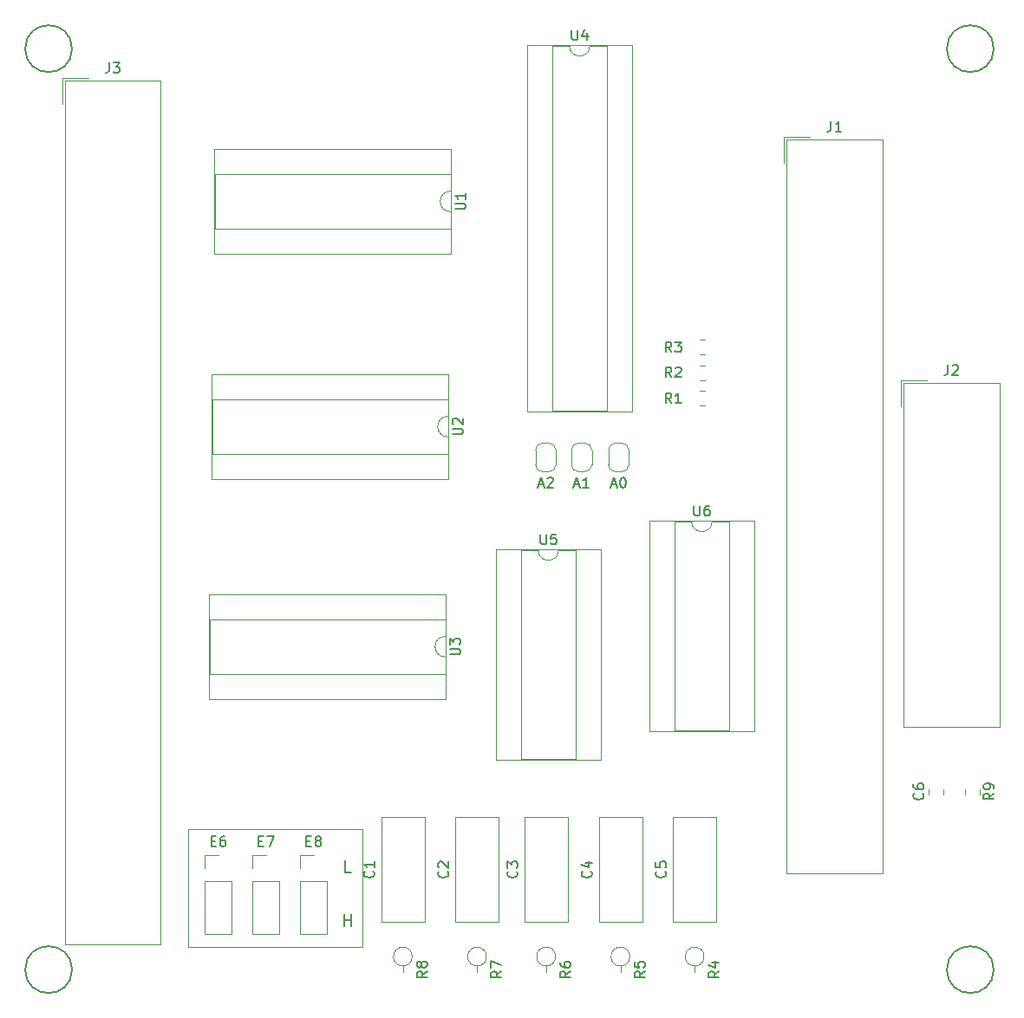
<source format=gbr>
G04 #@! TF.GenerationSoftware,KiCad,Pcbnew,(5.1.5-0-10_14)*
G04 #@! TF.CreationDate,2020-06-17T20:54:46+02:00*
G04 #@! TF.ProjectId,BROSE_LAWO_Adapter,42524f53-455f-44c4-9157-4f5f41646170,rev?*
G04 #@! TF.SameCoordinates,Original*
G04 #@! TF.FileFunction,Legend,Top*
G04 #@! TF.FilePolarity,Positive*
%FSLAX46Y46*%
G04 Gerber Fmt 4.6, Leading zero omitted, Abs format (unit mm)*
G04 Created by KiCad (PCBNEW (5.1.5-0-10_14)) date 2020-06-17 20:54:46*
%MOMM*%
%LPD*%
G04 APERTURE LIST*
%ADD10C,0.120000*%
%ADD11C,0.150000*%
G04 APERTURE END LIST*
D10*
X31670000Y-105754000D02*
X31670000Y-94254000D01*
X48670000Y-105754000D02*
X31670000Y-105754000D01*
X48670000Y-94254000D02*
X48670000Y-105754000D01*
X31670000Y-94254000D02*
X48670000Y-94254000D01*
D11*
X47541428Y-98546857D02*
X46970000Y-98546857D01*
X46970000Y-97346857D01*
X46827142Y-103796857D02*
X46827142Y-102596857D01*
X46827142Y-103168285D02*
X47512857Y-103168285D01*
X47512857Y-103796857D02*
X47512857Y-102596857D01*
X110286000Y-18000000D02*
G75*
G03X110286000Y-18000000I-2286000J0D01*
G01*
X110286000Y-108000000D02*
G75*
G03X110286000Y-108000000I-2286000J0D01*
G01*
X20286000Y-108000000D02*
G75*
G03X20286000Y-108000000I-2286000J0D01*
G01*
X20286000Y-18000000D02*
G75*
G03X20286000Y-18000000I-2286000J0D01*
G01*
D10*
X101247000Y-50454000D02*
X103787000Y-50454000D01*
X101247000Y-50454000D02*
X101247000Y-52994000D01*
X101497000Y-50704000D02*
X110847000Y-50704000D01*
X101497000Y-84264000D02*
X101497000Y-50704000D01*
X110847000Y-84264000D02*
X101497000Y-84264000D01*
X110847000Y-50704000D02*
X110847000Y-84264000D01*
X86928000Y-64142000D02*
X76648000Y-64142000D01*
X86928000Y-84702000D02*
X86928000Y-64142000D01*
X76648000Y-84702000D02*
X86928000Y-84702000D01*
X76648000Y-64142000D02*
X76648000Y-84702000D01*
X84438000Y-64202000D02*
X82788000Y-64202000D01*
X84438000Y-84642000D02*
X84438000Y-64202000D01*
X79138000Y-84642000D02*
X84438000Y-84642000D01*
X79138000Y-64202000D02*
X79138000Y-84642000D01*
X80788000Y-64202000D02*
X79138000Y-64202000D01*
X82788000Y-64202000D02*
G75*
G02X80788000Y-64202000I-1000000J0D01*
G01*
X71942000Y-66936000D02*
X61662000Y-66936000D01*
X71942000Y-87496000D02*
X71942000Y-66936000D01*
X61662000Y-87496000D02*
X71942000Y-87496000D01*
X61662000Y-66936000D02*
X61662000Y-87496000D01*
X69452000Y-66996000D02*
X67802000Y-66996000D01*
X69452000Y-87436000D02*
X69452000Y-66996000D01*
X64152000Y-87436000D02*
X69452000Y-87436000D01*
X64152000Y-66996000D02*
X64152000Y-87436000D01*
X65802000Y-66996000D02*
X64152000Y-66996000D01*
X67802000Y-66996000D02*
G75*
G02X65802000Y-66996000I-1000000J0D01*
G01*
X74990000Y-17660000D02*
X64710000Y-17660000D01*
X74990000Y-53460000D02*
X74990000Y-17660000D01*
X64710000Y-53460000D02*
X74990000Y-53460000D01*
X64710000Y-17660000D02*
X64710000Y-53460000D01*
X72500000Y-17720000D02*
X70850000Y-17720000D01*
X72500000Y-53400000D02*
X72500000Y-17720000D01*
X67200000Y-53400000D02*
X72500000Y-53400000D01*
X67200000Y-17720000D02*
X67200000Y-53400000D01*
X68850000Y-17720000D02*
X67200000Y-17720000D01*
X70850000Y-17720000D02*
G75*
G02X68850000Y-17720000I-1000000J0D01*
G01*
X107494000Y-90336748D02*
X107494000Y-90859252D01*
X108914000Y-90336748D02*
X108914000Y-90859252D01*
X105358000Y-90859252D02*
X105358000Y-90336748D01*
X103938000Y-90859252D02*
X103938000Y-90336748D01*
X52590000Y-107650000D02*
X52590000Y-108270000D01*
X53510000Y-106730000D02*
G75*
G03X53510000Y-106730000I-920000J0D01*
G01*
X59840000Y-107650000D02*
X59840000Y-108270000D01*
X60760000Y-106730000D02*
G75*
G03X60760000Y-106730000I-920000J0D01*
G01*
X66590000Y-107650000D02*
X66590000Y-108270000D01*
X67510000Y-106730000D02*
G75*
G03X67510000Y-106730000I-920000J0D01*
G01*
X73840000Y-107650000D02*
X73840000Y-108270000D01*
X74760000Y-106730000D02*
G75*
G03X74760000Y-106730000I-920000J0D01*
G01*
X81090000Y-107650000D02*
X81090000Y-108270000D01*
X82010000Y-106730000D02*
G75*
G03X82010000Y-106730000I-920000J0D01*
G01*
X81560048Y-47889300D02*
X82082552Y-47889300D01*
X81560048Y-46469300D02*
X82082552Y-46469300D01*
X81560048Y-50389300D02*
X82082552Y-50389300D01*
X81560048Y-48969300D02*
X82082552Y-48969300D01*
X81560048Y-52889300D02*
X82082552Y-52889300D01*
X81560048Y-51469300D02*
X82082552Y-51469300D01*
X50470000Y-93110000D02*
X54710000Y-93110000D01*
X50470000Y-103350000D02*
X54710000Y-103350000D01*
X54710000Y-103350000D02*
X54710000Y-93110000D01*
X50470000Y-103350000D02*
X50470000Y-93110000D01*
X57720000Y-93110000D02*
X61960000Y-93110000D01*
X57720000Y-103350000D02*
X61960000Y-103350000D01*
X61960000Y-103350000D02*
X61960000Y-93110000D01*
X57720000Y-103350000D02*
X57720000Y-93110000D01*
X64470000Y-93110000D02*
X68710000Y-93110000D01*
X64470000Y-103350000D02*
X68710000Y-103350000D01*
X68710000Y-103350000D02*
X68710000Y-93110000D01*
X64470000Y-103350000D02*
X64470000Y-93110000D01*
X71720000Y-93110000D02*
X75960000Y-93110000D01*
X71720000Y-103350000D02*
X75960000Y-103350000D01*
X75960000Y-103350000D02*
X75960000Y-93110000D01*
X71720000Y-103350000D02*
X71720000Y-93110000D01*
X78970000Y-93110000D02*
X83210000Y-93110000D01*
X78970000Y-103350000D02*
X83210000Y-103350000D01*
X83210000Y-103350000D02*
X83210000Y-93110000D01*
X78970000Y-103350000D02*
X78970000Y-93110000D01*
X56802000Y-81570000D02*
X56802000Y-71290000D01*
X33702000Y-81570000D02*
X56802000Y-81570000D01*
X33702000Y-71290000D02*
X33702000Y-81570000D01*
X56802000Y-71290000D02*
X33702000Y-71290000D01*
X56742000Y-79080000D02*
X56742000Y-77430000D01*
X33762000Y-79080000D02*
X56742000Y-79080000D01*
X33762000Y-73780000D02*
X33762000Y-79080000D01*
X56742000Y-73780000D02*
X33762000Y-73780000D01*
X56742000Y-75430000D02*
X56742000Y-73780000D01*
X56742000Y-77430000D02*
G75*
G02X56742000Y-75430000I0J1000000D01*
G01*
X57052000Y-60070000D02*
X57052000Y-49790000D01*
X33952000Y-60070000D02*
X57052000Y-60070000D01*
X33952000Y-49790000D02*
X33952000Y-60070000D01*
X57052000Y-49790000D02*
X33952000Y-49790000D01*
X56992000Y-57580000D02*
X56992000Y-55930000D01*
X34012000Y-57580000D02*
X56992000Y-57580000D01*
X34012000Y-52280000D02*
X34012000Y-57580000D01*
X56992000Y-52280000D02*
X34012000Y-52280000D01*
X56992000Y-53930000D02*
X56992000Y-52280000D01*
X56992000Y-55930000D02*
G75*
G02X56992000Y-53930000I0J1000000D01*
G01*
X57302000Y-38070000D02*
X57302000Y-27790000D01*
X34202000Y-38070000D02*
X57302000Y-38070000D01*
X34202000Y-27790000D02*
X34202000Y-38070000D01*
X57302000Y-27790000D02*
X34202000Y-27790000D01*
X57242000Y-35580000D02*
X57242000Y-33930000D01*
X34262000Y-35580000D02*
X57242000Y-35580000D01*
X34262000Y-30280000D02*
X34262000Y-35580000D01*
X57242000Y-30280000D02*
X34262000Y-30280000D01*
X57242000Y-31930000D02*
X57242000Y-30280000D01*
X57242000Y-33930000D02*
G75*
G02X57242000Y-31930000I0J1000000D01*
G01*
X67549000Y-57246000D02*
X67549000Y-58646000D01*
X66849000Y-59346000D02*
X66249000Y-59346000D01*
X65549000Y-58646000D02*
X65549000Y-57246000D01*
X66249000Y-56546000D02*
X66849000Y-56546000D01*
X66849000Y-56546000D02*
G75*
G02X67549000Y-57246000I0J-700000D01*
G01*
X65549000Y-57246000D02*
G75*
G02X66249000Y-56546000I700000J0D01*
G01*
X66249000Y-59346000D02*
G75*
G02X65549000Y-58646000I0J700000D01*
G01*
X67549000Y-58646000D02*
G75*
G02X66849000Y-59346000I-700000J0D01*
G01*
X71049000Y-57246000D02*
X71049000Y-58646000D01*
X70349000Y-59346000D02*
X69749000Y-59346000D01*
X69049000Y-58646000D02*
X69049000Y-57246000D01*
X69749000Y-56546000D02*
X70349000Y-56546000D01*
X70349000Y-56546000D02*
G75*
G02X71049000Y-57246000I0J-700000D01*
G01*
X69049000Y-57246000D02*
G75*
G02X69749000Y-56546000I700000J0D01*
G01*
X69749000Y-59346000D02*
G75*
G02X69049000Y-58646000I0J700000D01*
G01*
X71049000Y-58646000D02*
G75*
G02X70349000Y-59346000I-700000J0D01*
G01*
X74660000Y-57246000D02*
X74660000Y-58646000D01*
X73960000Y-59346000D02*
X73360000Y-59346000D01*
X72660000Y-58646000D02*
X72660000Y-57246000D01*
X73360000Y-56546000D02*
X73960000Y-56546000D01*
X73960000Y-56546000D02*
G75*
G02X74660000Y-57246000I0J-700000D01*
G01*
X72660000Y-57246000D02*
G75*
G02X73360000Y-56546000I700000J0D01*
G01*
X73360000Y-59346000D02*
G75*
G02X72660000Y-58646000I0J700000D01*
G01*
X74660000Y-58646000D02*
G75*
G02X73960000Y-59346000I-700000J0D01*
G01*
X42540000Y-96774000D02*
X43870000Y-96774000D01*
X42540000Y-98104000D02*
X42540000Y-96774000D01*
X42540000Y-99374000D02*
X45200000Y-99374000D01*
X45200000Y-99374000D02*
X45200000Y-104514000D01*
X42540000Y-99374000D02*
X42540000Y-104514000D01*
X42540000Y-104514000D02*
X45200000Y-104514000D01*
X37890000Y-96774000D02*
X39220000Y-96774000D01*
X37890000Y-98104000D02*
X37890000Y-96774000D01*
X37890000Y-99374000D02*
X40550000Y-99374000D01*
X40550000Y-99374000D02*
X40550000Y-104514000D01*
X37890000Y-99374000D02*
X37890000Y-104514000D01*
X37890000Y-104514000D02*
X40550000Y-104514000D01*
X33240000Y-96774000D02*
X34570000Y-96774000D01*
X33240000Y-98104000D02*
X33240000Y-96774000D01*
X33240000Y-99374000D02*
X35900000Y-99374000D01*
X35900000Y-99374000D02*
X35900000Y-104514000D01*
X33240000Y-99374000D02*
X33240000Y-104514000D01*
X33240000Y-104514000D02*
X35900000Y-104514000D01*
X89817000Y-26658000D02*
X92357000Y-26658000D01*
X89817000Y-26658000D02*
X89817000Y-29198000D01*
X90067000Y-26908000D02*
X99417000Y-26908000D01*
X90067000Y-98568000D02*
X90067000Y-26908000D01*
X99417000Y-98568000D02*
X90067000Y-98568000D01*
X99417000Y-26908000D02*
X99417000Y-98568000D01*
X19345000Y-20900000D02*
X21885000Y-20900000D01*
X19345000Y-20900000D02*
X19345000Y-23440000D01*
X19595000Y-21150000D02*
X28945000Y-21150000D01*
X19595000Y-105510000D02*
X19595000Y-21150000D01*
X28945000Y-105510000D02*
X19595000Y-105510000D01*
X28945000Y-21150000D02*
X28945000Y-105510000D01*
D11*
X105838666Y-48902380D02*
X105838666Y-49616666D01*
X105791047Y-49759523D01*
X105695809Y-49854761D01*
X105552952Y-49902380D01*
X105457714Y-49902380D01*
X106267238Y-48997619D02*
X106314857Y-48950000D01*
X106410095Y-48902380D01*
X106648190Y-48902380D01*
X106743428Y-48950000D01*
X106791047Y-48997619D01*
X106838666Y-49092857D01*
X106838666Y-49188095D01*
X106791047Y-49330952D01*
X106219619Y-49902380D01*
X106838666Y-49902380D01*
X81026095Y-62654380D02*
X81026095Y-63463904D01*
X81073714Y-63559142D01*
X81121333Y-63606761D01*
X81216571Y-63654380D01*
X81407047Y-63654380D01*
X81502285Y-63606761D01*
X81549904Y-63559142D01*
X81597523Y-63463904D01*
X81597523Y-62654380D01*
X82502285Y-62654380D02*
X82311809Y-62654380D01*
X82216571Y-62702000D01*
X82168952Y-62749619D01*
X82073714Y-62892476D01*
X82026095Y-63082952D01*
X82026095Y-63463904D01*
X82073714Y-63559142D01*
X82121333Y-63606761D01*
X82216571Y-63654380D01*
X82407047Y-63654380D01*
X82502285Y-63606761D01*
X82549904Y-63559142D01*
X82597523Y-63463904D01*
X82597523Y-63225809D01*
X82549904Y-63130571D01*
X82502285Y-63082952D01*
X82407047Y-63035333D01*
X82216571Y-63035333D01*
X82121333Y-63082952D01*
X82073714Y-63130571D01*
X82026095Y-63225809D01*
X66040095Y-65448380D02*
X66040095Y-66257904D01*
X66087714Y-66353142D01*
X66135333Y-66400761D01*
X66230571Y-66448380D01*
X66421047Y-66448380D01*
X66516285Y-66400761D01*
X66563904Y-66353142D01*
X66611523Y-66257904D01*
X66611523Y-65448380D01*
X67563904Y-65448380D02*
X67087714Y-65448380D01*
X67040095Y-65924571D01*
X67087714Y-65876952D01*
X67182952Y-65829333D01*
X67421047Y-65829333D01*
X67516285Y-65876952D01*
X67563904Y-65924571D01*
X67611523Y-66019809D01*
X67611523Y-66257904D01*
X67563904Y-66353142D01*
X67516285Y-66400761D01*
X67421047Y-66448380D01*
X67182952Y-66448380D01*
X67087714Y-66400761D01*
X67040095Y-66353142D01*
X69088095Y-16172380D02*
X69088095Y-16981904D01*
X69135714Y-17077142D01*
X69183333Y-17124761D01*
X69278571Y-17172380D01*
X69469047Y-17172380D01*
X69564285Y-17124761D01*
X69611904Y-17077142D01*
X69659523Y-16981904D01*
X69659523Y-16172380D01*
X70564285Y-16505714D02*
X70564285Y-17172380D01*
X70326190Y-16124761D02*
X70088095Y-16839047D01*
X70707142Y-16839047D01*
X110306380Y-90764666D02*
X109830190Y-91098000D01*
X110306380Y-91336095D02*
X109306380Y-91336095D01*
X109306380Y-90955142D01*
X109354000Y-90859904D01*
X109401619Y-90812285D01*
X109496857Y-90764666D01*
X109639714Y-90764666D01*
X109734952Y-90812285D01*
X109782571Y-90859904D01*
X109830190Y-90955142D01*
X109830190Y-91336095D01*
X110306380Y-90288476D02*
X110306380Y-90098000D01*
X110258761Y-90002761D01*
X110211142Y-89955142D01*
X110068285Y-89859904D01*
X109877809Y-89812285D01*
X109496857Y-89812285D01*
X109401619Y-89859904D01*
X109354000Y-89907523D01*
X109306380Y-90002761D01*
X109306380Y-90193238D01*
X109354000Y-90288476D01*
X109401619Y-90336095D01*
X109496857Y-90383714D01*
X109734952Y-90383714D01*
X109830190Y-90336095D01*
X109877809Y-90288476D01*
X109925428Y-90193238D01*
X109925428Y-90002761D01*
X109877809Y-89907523D01*
X109830190Y-89859904D01*
X109734952Y-89812285D01*
X103355142Y-90764666D02*
X103402761Y-90812285D01*
X103450380Y-90955142D01*
X103450380Y-91050380D01*
X103402761Y-91193238D01*
X103307523Y-91288476D01*
X103212285Y-91336095D01*
X103021809Y-91383714D01*
X102878952Y-91383714D01*
X102688476Y-91336095D01*
X102593238Y-91288476D01*
X102498000Y-91193238D01*
X102450380Y-91050380D01*
X102450380Y-90955142D01*
X102498000Y-90812285D01*
X102545619Y-90764666D01*
X102450380Y-89907523D02*
X102450380Y-90098000D01*
X102498000Y-90193238D01*
X102545619Y-90240857D01*
X102688476Y-90336095D01*
X102878952Y-90383714D01*
X103259904Y-90383714D01*
X103355142Y-90336095D01*
X103402761Y-90288476D01*
X103450380Y-90193238D01*
X103450380Y-90002761D01*
X103402761Y-89907523D01*
X103355142Y-89859904D01*
X103259904Y-89812285D01*
X103021809Y-89812285D01*
X102926571Y-89859904D01*
X102878952Y-89907523D01*
X102831333Y-90002761D01*
X102831333Y-90193238D01*
X102878952Y-90288476D01*
X102926571Y-90336095D01*
X103021809Y-90383714D01*
X54962380Y-108166666D02*
X54486190Y-108500000D01*
X54962380Y-108738095D02*
X53962380Y-108738095D01*
X53962380Y-108357142D01*
X54010000Y-108261904D01*
X54057619Y-108214285D01*
X54152857Y-108166666D01*
X54295714Y-108166666D01*
X54390952Y-108214285D01*
X54438571Y-108261904D01*
X54486190Y-108357142D01*
X54486190Y-108738095D01*
X54390952Y-107595238D02*
X54343333Y-107690476D01*
X54295714Y-107738095D01*
X54200476Y-107785714D01*
X54152857Y-107785714D01*
X54057619Y-107738095D01*
X54010000Y-107690476D01*
X53962380Y-107595238D01*
X53962380Y-107404761D01*
X54010000Y-107309523D01*
X54057619Y-107261904D01*
X54152857Y-107214285D01*
X54200476Y-107214285D01*
X54295714Y-107261904D01*
X54343333Y-107309523D01*
X54390952Y-107404761D01*
X54390952Y-107595238D01*
X54438571Y-107690476D01*
X54486190Y-107738095D01*
X54581428Y-107785714D01*
X54771904Y-107785714D01*
X54867142Y-107738095D01*
X54914761Y-107690476D01*
X54962380Y-107595238D01*
X54962380Y-107404761D01*
X54914761Y-107309523D01*
X54867142Y-107261904D01*
X54771904Y-107214285D01*
X54581428Y-107214285D01*
X54486190Y-107261904D01*
X54438571Y-107309523D01*
X54390952Y-107404761D01*
X62212380Y-108166666D02*
X61736190Y-108500000D01*
X62212380Y-108738095D02*
X61212380Y-108738095D01*
X61212380Y-108357142D01*
X61260000Y-108261904D01*
X61307619Y-108214285D01*
X61402857Y-108166666D01*
X61545714Y-108166666D01*
X61640952Y-108214285D01*
X61688571Y-108261904D01*
X61736190Y-108357142D01*
X61736190Y-108738095D01*
X61212380Y-107833333D02*
X61212380Y-107166666D01*
X62212380Y-107595238D01*
X68962380Y-108166666D02*
X68486190Y-108500000D01*
X68962380Y-108738095D02*
X67962380Y-108738095D01*
X67962380Y-108357142D01*
X68010000Y-108261904D01*
X68057619Y-108214285D01*
X68152857Y-108166666D01*
X68295714Y-108166666D01*
X68390952Y-108214285D01*
X68438571Y-108261904D01*
X68486190Y-108357142D01*
X68486190Y-108738095D01*
X67962380Y-107309523D02*
X67962380Y-107500000D01*
X68010000Y-107595238D01*
X68057619Y-107642857D01*
X68200476Y-107738095D01*
X68390952Y-107785714D01*
X68771904Y-107785714D01*
X68867142Y-107738095D01*
X68914761Y-107690476D01*
X68962380Y-107595238D01*
X68962380Y-107404761D01*
X68914761Y-107309523D01*
X68867142Y-107261904D01*
X68771904Y-107214285D01*
X68533809Y-107214285D01*
X68438571Y-107261904D01*
X68390952Y-107309523D01*
X68343333Y-107404761D01*
X68343333Y-107595238D01*
X68390952Y-107690476D01*
X68438571Y-107738095D01*
X68533809Y-107785714D01*
X76212380Y-108166666D02*
X75736190Y-108500000D01*
X76212380Y-108738095D02*
X75212380Y-108738095D01*
X75212380Y-108357142D01*
X75260000Y-108261904D01*
X75307619Y-108214285D01*
X75402857Y-108166666D01*
X75545714Y-108166666D01*
X75640952Y-108214285D01*
X75688571Y-108261904D01*
X75736190Y-108357142D01*
X75736190Y-108738095D01*
X75212380Y-107261904D02*
X75212380Y-107738095D01*
X75688571Y-107785714D01*
X75640952Y-107738095D01*
X75593333Y-107642857D01*
X75593333Y-107404761D01*
X75640952Y-107309523D01*
X75688571Y-107261904D01*
X75783809Y-107214285D01*
X76021904Y-107214285D01*
X76117142Y-107261904D01*
X76164761Y-107309523D01*
X76212380Y-107404761D01*
X76212380Y-107642857D01*
X76164761Y-107738095D01*
X76117142Y-107785714D01*
X83462380Y-108166666D02*
X82986190Y-108500000D01*
X83462380Y-108738095D02*
X82462380Y-108738095D01*
X82462380Y-108357142D01*
X82510000Y-108261904D01*
X82557619Y-108214285D01*
X82652857Y-108166666D01*
X82795714Y-108166666D01*
X82890952Y-108214285D01*
X82938571Y-108261904D01*
X82986190Y-108357142D01*
X82986190Y-108738095D01*
X82795714Y-107309523D02*
X83462380Y-107309523D01*
X82414761Y-107547619D02*
X83129047Y-107785714D01*
X83129047Y-107166666D01*
X78827333Y-47658280D02*
X78494000Y-47182090D01*
X78255904Y-47658280D02*
X78255904Y-46658280D01*
X78636857Y-46658280D01*
X78732095Y-46705900D01*
X78779714Y-46753519D01*
X78827333Y-46848757D01*
X78827333Y-46991614D01*
X78779714Y-47086852D01*
X78732095Y-47134471D01*
X78636857Y-47182090D01*
X78255904Y-47182090D01*
X79160666Y-46658280D02*
X79779714Y-46658280D01*
X79446380Y-47039233D01*
X79589238Y-47039233D01*
X79684476Y-47086852D01*
X79732095Y-47134471D01*
X79779714Y-47229709D01*
X79779714Y-47467804D01*
X79732095Y-47563042D01*
X79684476Y-47610661D01*
X79589238Y-47658280D01*
X79303523Y-47658280D01*
X79208285Y-47610661D01*
X79160666Y-47563042D01*
X78827333Y-50109380D02*
X78494000Y-49633190D01*
X78255904Y-50109380D02*
X78255904Y-49109380D01*
X78636857Y-49109380D01*
X78732095Y-49157000D01*
X78779714Y-49204619D01*
X78827333Y-49299857D01*
X78827333Y-49442714D01*
X78779714Y-49537952D01*
X78732095Y-49585571D01*
X78636857Y-49633190D01*
X78255904Y-49633190D01*
X79208285Y-49204619D02*
X79255904Y-49157000D01*
X79351142Y-49109380D01*
X79589238Y-49109380D01*
X79684476Y-49157000D01*
X79732095Y-49204619D01*
X79779714Y-49299857D01*
X79779714Y-49395095D01*
X79732095Y-49537952D01*
X79160666Y-50109380D01*
X79779714Y-50109380D01*
X78827333Y-52649380D02*
X78494000Y-52173190D01*
X78255904Y-52649380D02*
X78255904Y-51649380D01*
X78636857Y-51649380D01*
X78732095Y-51697000D01*
X78779714Y-51744619D01*
X78827333Y-51839857D01*
X78827333Y-51982714D01*
X78779714Y-52077952D01*
X78732095Y-52125571D01*
X78636857Y-52173190D01*
X78255904Y-52173190D01*
X79779714Y-52649380D02*
X79208285Y-52649380D01*
X79494000Y-52649380D02*
X79494000Y-51649380D01*
X79398761Y-51792238D01*
X79303523Y-51887476D01*
X79208285Y-51935095D01*
X49697142Y-98396666D02*
X49744761Y-98444285D01*
X49792380Y-98587142D01*
X49792380Y-98682380D01*
X49744761Y-98825238D01*
X49649523Y-98920476D01*
X49554285Y-98968095D01*
X49363809Y-99015714D01*
X49220952Y-99015714D01*
X49030476Y-98968095D01*
X48935238Y-98920476D01*
X48840000Y-98825238D01*
X48792380Y-98682380D01*
X48792380Y-98587142D01*
X48840000Y-98444285D01*
X48887619Y-98396666D01*
X49792380Y-97444285D02*
X49792380Y-98015714D01*
X49792380Y-97730000D02*
X48792380Y-97730000D01*
X48935238Y-97825238D01*
X49030476Y-97920476D01*
X49078095Y-98015714D01*
X56947142Y-98396666D02*
X56994761Y-98444285D01*
X57042380Y-98587142D01*
X57042380Y-98682380D01*
X56994761Y-98825238D01*
X56899523Y-98920476D01*
X56804285Y-98968095D01*
X56613809Y-99015714D01*
X56470952Y-99015714D01*
X56280476Y-98968095D01*
X56185238Y-98920476D01*
X56090000Y-98825238D01*
X56042380Y-98682380D01*
X56042380Y-98587142D01*
X56090000Y-98444285D01*
X56137619Y-98396666D01*
X56137619Y-98015714D02*
X56090000Y-97968095D01*
X56042380Y-97872857D01*
X56042380Y-97634761D01*
X56090000Y-97539523D01*
X56137619Y-97491904D01*
X56232857Y-97444285D01*
X56328095Y-97444285D01*
X56470952Y-97491904D01*
X57042380Y-98063333D01*
X57042380Y-97444285D01*
X63697142Y-98396666D02*
X63744761Y-98444285D01*
X63792380Y-98587142D01*
X63792380Y-98682380D01*
X63744761Y-98825238D01*
X63649523Y-98920476D01*
X63554285Y-98968095D01*
X63363809Y-99015714D01*
X63220952Y-99015714D01*
X63030476Y-98968095D01*
X62935238Y-98920476D01*
X62840000Y-98825238D01*
X62792380Y-98682380D01*
X62792380Y-98587142D01*
X62840000Y-98444285D01*
X62887619Y-98396666D01*
X62792380Y-98063333D02*
X62792380Y-97444285D01*
X63173333Y-97777619D01*
X63173333Y-97634761D01*
X63220952Y-97539523D01*
X63268571Y-97491904D01*
X63363809Y-97444285D01*
X63601904Y-97444285D01*
X63697142Y-97491904D01*
X63744761Y-97539523D01*
X63792380Y-97634761D01*
X63792380Y-97920476D01*
X63744761Y-98015714D01*
X63697142Y-98063333D01*
X70947142Y-98396666D02*
X70994761Y-98444285D01*
X71042380Y-98587142D01*
X71042380Y-98682380D01*
X70994761Y-98825238D01*
X70899523Y-98920476D01*
X70804285Y-98968095D01*
X70613809Y-99015714D01*
X70470952Y-99015714D01*
X70280476Y-98968095D01*
X70185238Y-98920476D01*
X70090000Y-98825238D01*
X70042380Y-98682380D01*
X70042380Y-98587142D01*
X70090000Y-98444285D01*
X70137619Y-98396666D01*
X70375714Y-97539523D02*
X71042380Y-97539523D01*
X69994761Y-97777619D02*
X70709047Y-98015714D01*
X70709047Y-97396666D01*
X78197142Y-98396666D02*
X78244761Y-98444285D01*
X78292380Y-98587142D01*
X78292380Y-98682380D01*
X78244761Y-98825238D01*
X78149523Y-98920476D01*
X78054285Y-98968095D01*
X77863809Y-99015714D01*
X77720952Y-99015714D01*
X77530476Y-98968095D01*
X77435238Y-98920476D01*
X77340000Y-98825238D01*
X77292380Y-98682380D01*
X77292380Y-98587142D01*
X77340000Y-98444285D01*
X77387619Y-98396666D01*
X77292380Y-97491904D02*
X77292380Y-97968095D01*
X77768571Y-98015714D01*
X77720952Y-97968095D01*
X77673333Y-97872857D01*
X77673333Y-97634761D01*
X77720952Y-97539523D01*
X77768571Y-97491904D01*
X77863809Y-97444285D01*
X78101904Y-97444285D01*
X78197142Y-97491904D01*
X78244761Y-97539523D01*
X78292380Y-97634761D01*
X78292380Y-97872857D01*
X78244761Y-97968095D01*
X78197142Y-98015714D01*
X57194380Y-77191904D02*
X58003904Y-77191904D01*
X58099142Y-77144285D01*
X58146761Y-77096666D01*
X58194380Y-77001428D01*
X58194380Y-76810952D01*
X58146761Y-76715714D01*
X58099142Y-76668095D01*
X58003904Y-76620476D01*
X57194380Y-76620476D01*
X57194380Y-76239523D02*
X57194380Y-75620476D01*
X57575333Y-75953809D01*
X57575333Y-75810952D01*
X57622952Y-75715714D01*
X57670571Y-75668095D01*
X57765809Y-75620476D01*
X58003904Y-75620476D01*
X58099142Y-75668095D01*
X58146761Y-75715714D01*
X58194380Y-75810952D01*
X58194380Y-76096666D01*
X58146761Y-76191904D01*
X58099142Y-76239523D01*
X57444380Y-55691904D02*
X58253904Y-55691904D01*
X58349142Y-55644285D01*
X58396761Y-55596666D01*
X58444380Y-55501428D01*
X58444380Y-55310952D01*
X58396761Y-55215714D01*
X58349142Y-55168095D01*
X58253904Y-55120476D01*
X57444380Y-55120476D01*
X57539619Y-54691904D02*
X57492000Y-54644285D01*
X57444380Y-54549047D01*
X57444380Y-54310952D01*
X57492000Y-54215714D01*
X57539619Y-54168095D01*
X57634857Y-54120476D01*
X57730095Y-54120476D01*
X57872952Y-54168095D01*
X58444380Y-54739523D01*
X58444380Y-54120476D01*
X57694380Y-33691904D02*
X58503904Y-33691904D01*
X58599142Y-33644285D01*
X58646761Y-33596666D01*
X58694380Y-33501428D01*
X58694380Y-33310952D01*
X58646761Y-33215714D01*
X58599142Y-33168095D01*
X58503904Y-33120476D01*
X57694380Y-33120476D01*
X58694380Y-32120476D02*
X58694380Y-32691904D01*
X58694380Y-32406190D02*
X57694380Y-32406190D01*
X57837238Y-32501428D01*
X57932476Y-32596666D01*
X57980095Y-32691904D01*
X65834714Y-60612666D02*
X66310904Y-60612666D01*
X65739476Y-60898380D02*
X66072809Y-59898380D01*
X66406142Y-60898380D01*
X66691857Y-59993619D02*
X66739476Y-59946000D01*
X66834714Y-59898380D01*
X67072809Y-59898380D01*
X67168047Y-59946000D01*
X67215666Y-59993619D01*
X67263285Y-60088857D01*
X67263285Y-60184095D01*
X67215666Y-60326952D01*
X66644238Y-60898380D01*
X67263285Y-60898380D01*
X69334714Y-60612666D02*
X69810904Y-60612666D01*
X69239476Y-60898380D02*
X69572809Y-59898380D01*
X69906142Y-60898380D01*
X70763285Y-60898380D02*
X70191857Y-60898380D01*
X70477571Y-60898380D02*
X70477571Y-59898380D01*
X70382333Y-60041238D01*
X70287095Y-60136476D01*
X70191857Y-60184095D01*
X72945714Y-60612666D02*
X73421904Y-60612666D01*
X72850476Y-60898380D02*
X73183809Y-59898380D01*
X73517142Y-60898380D01*
X74040952Y-59898380D02*
X74136190Y-59898380D01*
X74231428Y-59946000D01*
X74279047Y-59993619D01*
X74326666Y-60088857D01*
X74374285Y-60279333D01*
X74374285Y-60517428D01*
X74326666Y-60707904D01*
X74279047Y-60803142D01*
X74231428Y-60850761D01*
X74136190Y-60898380D01*
X74040952Y-60898380D01*
X73945714Y-60850761D01*
X73898095Y-60803142D01*
X73850476Y-60707904D01*
X73802857Y-60517428D01*
X73802857Y-60279333D01*
X73850476Y-60088857D01*
X73898095Y-59993619D01*
X73945714Y-59946000D01*
X74040952Y-59898380D01*
X43179523Y-95432571D02*
X43512857Y-95432571D01*
X43655714Y-95956380D02*
X43179523Y-95956380D01*
X43179523Y-94956380D01*
X43655714Y-94956380D01*
X44227142Y-95384952D02*
X44131904Y-95337333D01*
X44084285Y-95289714D01*
X44036666Y-95194476D01*
X44036666Y-95146857D01*
X44084285Y-95051619D01*
X44131904Y-95004000D01*
X44227142Y-94956380D01*
X44417619Y-94956380D01*
X44512857Y-95004000D01*
X44560476Y-95051619D01*
X44608095Y-95146857D01*
X44608095Y-95194476D01*
X44560476Y-95289714D01*
X44512857Y-95337333D01*
X44417619Y-95384952D01*
X44227142Y-95384952D01*
X44131904Y-95432571D01*
X44084285Y-95480190D01*
X44036666Y-95575428D01*
X44036666Y-95765904D01*
X44084285Y-95861142D01*
X44131904Y-95908761D01*
X44227142Y-95956380D01*
X44417619Y-95956380D01*
X44512857Y-95908761D01*
X44560476Y-95861142D01*
X44608095Y-95765904D01*
X44608095Y-95575428D01*
X44560476Y-95480190D01*
X44512857Y-95432571D01*
X44417619Y-95384952D01*
X38529523Y-95432571D02*
X38862857Y-95432571D01*
X39005714Y-95956380D02*
X38529523Y-95956380D01*
X38529523Y-94956380D01*
X39005714Y-94956380D01*
X39339047Y-94956380D02*
X40005714Y-94956380D01*
X39577142Y-95956380D01*
X33879523Y-95432571D02*
X34212857Y-95432571D01*
X34355714Y-95956380D02*
X33879523Y-95956380D01*
X33879523Y-94956380D01*
X34355714Y-94956380D01*
X35212857Y-94956380D02*
X35022380Y-94956380D01*
X34927142Y-95004000D01*
X34879523Y-95051619D01*
X34784285Y-95194476D01*
X34736666Y-95384952D01*
X34736666Y-95765904D01*
X34784285Y-95861142D01*
X34831904Y-95908761D01*
X34927142Y-95956380D01*
X35117619Y-95956380D01*
X35212857Y-95908761D01*
X35260476Y-95861142D01*
X35308095Y-95765904D01*
X35308095Y-95527809D01*
X35260476Y-95432571D01*
X35212857Y-95384952D01*
X35117619Y-95337333D01*
X34927142Y-95337333D01*
X34831904Y-95384952D01*
X34784285Y-95432571D01*
X34736666Y-95527809D01*
X94408666Y-25106380D02*
X94408666Y-25820666D01*
X94361047Y-25963523D01*
X94265809Y-26058761D01*
X94122952Y-26106380D01*
X94027714Y-26106380D01*
X95408666Y-26106380D02*
X94837238Y-26106380D01*
X95122952Y-26106380D02*
X95122952Y-25106380D01*
X95027714Y-25249238D01*
X94932476Y-25344476D01*
X94837238Y-25392095D01*
X23936666Y-19348380D02*
X23936666Y-20062666D01*
X23889047Y-20205523D01*
X23793809Y-20300761D01*
X23650952Y-20348380D01*
X23555714Y-20348380D01*
X24317619Y-19348380D02*
X24936666Y-19348380D01*
X24603333Y-19729333D01*
X24746190Y-19729333D01*
X24841428Y-19776952D01*
X24889047Y-19824571D01*
X24936666Y-19919809D01*
X24936666Y-20157904D01*
X24889047Y-20253142D01*
X24841428Y-20300761D01*
X24746190Y-20348380D01*
X24460476Y-20348380D01*
X24365238Y-20300761D01*
X24317619Y-20253142D01*
M02*

</source>
